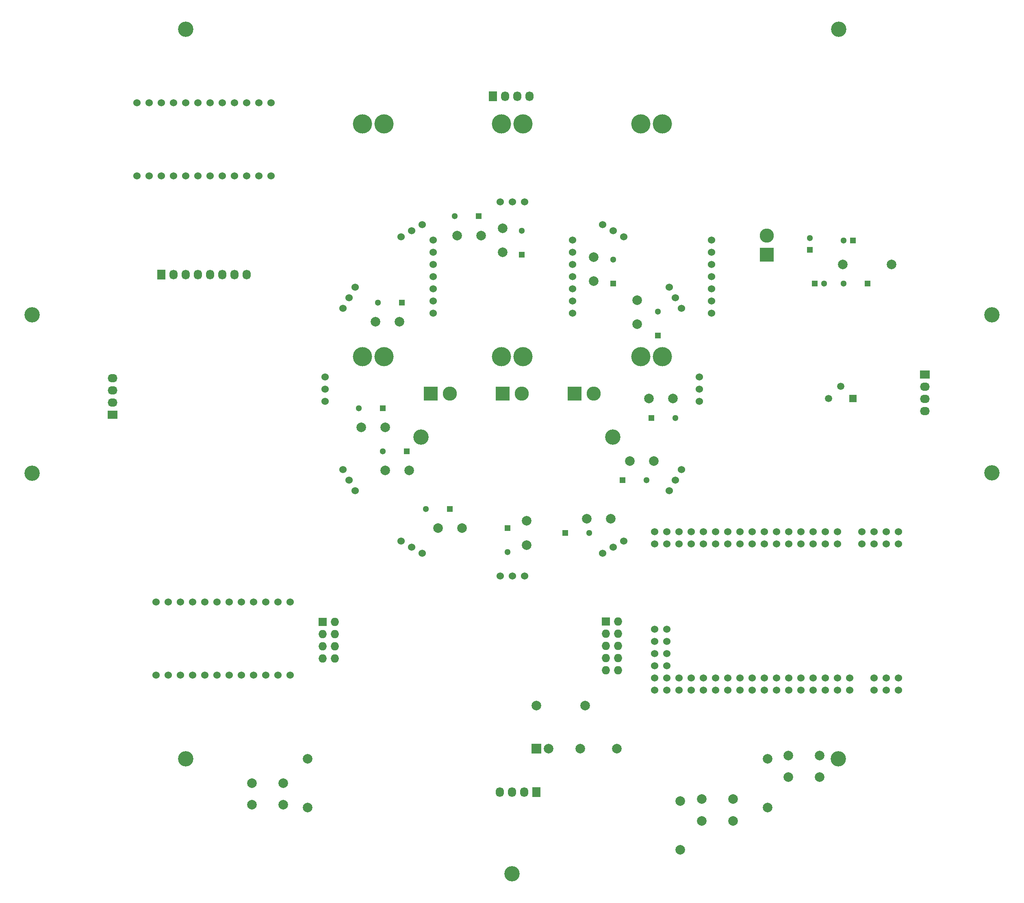
<source format=gbs>
G04 #@! TF.FileFunction,Soldermask,Bot*
%FSLAX46Y46*%
G04 Gerber Fmt 4.6, Leading zero omitted, Abs format (unit mm)*
G04 Created by KiCad (PCBNEW 4.0.1-stable) date 2016/11/10 0:02:59*
%MOMM*%
G01*
G04 APERTURE LIST*
%ADD10C,0.150000*%
%ADD11C,3.200000*%
%ADD12R,2.032000X1.727200*%
%ADD13O,2.032000X1.727200*%
%ADD14C,1.300000*%
%ADD15R,1.300000X1.300000*%
%ADD16R,2.000000X2.000000*%
%ADD17C,2.000000*%
%ADD18R,2.950000X2.950000*%
%ADD19C,2.950000*%
%ADD20R,1.727200X1.727200*%
%ADD21O,1.727200X1.727200*%
%ADD22C,1.998980*%
%ADD23C,1.510000*%
%ADD24R,1.510000X1.510000*%
%ADD25C,1.524000*%
%ADD26R,1.727200X2.032000*%
%ADD27O,1.727200X2.032000*%
%ADD28C,4.000000*%
G04 APERTURE END LIST*
D10*
D11*
X160450000Y-110550000D03*
X120450000Y-110550000D03*
X71450000Y-25550000D03*
X39450000Y-85050000D03*
X39450000Y-118050000D03*
X71450000Y-177550000D03*
X139450000Y-201550000D03*
X207450000Y-177550000D03*
X239450000Y-117980000D03*
X239480000Y-85010000D03*
D12*
X56210000Y-105850000D03*
D13*
X56210000Y-103310000D03*
X56210000Y-100770000D03*
X56210000Y-98230000D03*
D14*
X201500000Y-69000000D03*
D15*
X201500000Y-71500000D03*
X141500000Y-72500000D03*
D14*
X141500000Y-67500000D03*
D15*
X160500000Y-78500000D03*
D14*
X160500000Y-73500000D03*
D15*
X169875000Y-89340000D03*
D14*
X169875000Y-84340000D03*
D15*
X168500000Y-106500000D03*
D14*
X173500000Y-106500000D03*
D15*
X162500000Y-119500000D03*
D14*
X167500000Y-119500000D03*
D15*
X150500000Y-130500000D03*
D14*
X155500000Y-130500000D03*
D15*
X202500000Y-78500000D03*
D14*
X204500000Y-78500000D03*
D15*
X138500000Y-129500000D03*
D14*
X138500000Y-134500000D03*
D15*
X126500000Y-125500000D03*
D14*
X121500000Y-125500000D03*
D15*
X117500000Y-113500000D03*
D14*
X112500000Y-113500000D03*
D15*
X213500000Y-78500000D03*
D14*
X208500000Y-78500000D03*
D15*
X112500000Y-104500000D03*
D14*
X107500000Y-104500000D03*
D15*
X210500000Y-69500000D03*
D14*
X208500000Y-69500000D03*
D15*
X116500000Y-82500000D03*
D14*
X111500000Y-82500000D03*
D15*
X132500000Y-64500000D03*
D14*
X127500000Y-64500000D03*
D16*
X144500000Y-175500000D03*
D17*
X147040000Y-175500000D03*
D18*
X192500000Y-72480000D03*
D19*
X192500000Y-68520000D03*
D20*
X159000000Y-149000000D03*
D21*
X161540000Y-149000000D03*
X159000000Y-151540000D03*
X161540000Y-151540000D03*
X159000000Y-154080000D03*
X161540000Y-154080000D03*
X159000000Y-156620000D03*
X161540000Y-156620000D03*
X159000000Y-159160000D03*
X161540000Y-159160000D03*
D20*
X100025000Y-149030000D03*
D21*
X102565000Y-149030000D03*
X100025000Y-151570000D03*
X102565000Y-151570000D03*
X100025000Y-154110000D03*
X102565000Y-154110000D03*
X100025000Y-156650000D03*
X102565000Y-156650000D03*
D18*
X122520000Y-101500000D03*
D19*
X126480000Y-101500000D03*
D18*
X152520000Y-101500000D03*
D19*
X156480000Y-101500000D03*
D18*
X137520000Y-101500000D03*
D19*
X141480000Y-101500000D03*
D22*
X137500000Y-67000640D03*
X137500000Y-72001900D03*
X156500000Y-73000640D03*
X156500000Y-78001900D03*
X165500000Y-82000640D03*
X165500000Y-87001900D03*
X172999360Y-102500000D03*
X167998100Y-102500000D03*
X168999360Y-115500000D03*
X163998100Y-115500000D03*
X159999360Y-127500000D03*
X154998100Y-127500000D03*
X142500000Y-132999360D03*
X142500000Y-127998100D03*
X124000640Y-129500000D03*
X129001900Y-129500000D03*
X113000640Y-117500000D03*
X118001900Y-117500000D03*
D23*
X205420000Y-102500000D03*
D24*
X210500000Y-102500000D03*
D23*
X207960000Y-99960000D03*
D22*
X108000640Y-108500000D03*
X113001900Y-108500000D03*
X218500000Y-74500000D03*
X208340000Y-74500000D03*
X111000640Y-86500000D03*
X116001900Y-86500000D03*
X128000640Y-68500000D03*
X133001900Y-68500000D03*
X96850000Y-187765000D03*
X96850000Y-177605000D03*
X192735000Y-187765000D03*
X192735000Y-177605000D03*
X174500000Y-196500000D03*
X174500000Y-186340000D03*
X144500000Y-166500000D03*
X154660000Y-166500000D03*
D17*
X153700160Y-175500000D03*
X161299840Y-175500000D03*
X91770000Y-182630000D03*
X91770000Y-187130000D03*
X85270000Y-182630000D03*
X85270000Y-187130000D03*
X203530000Y-176915000D03*
X203530000Y-181415000D03*
X197030000Y-176915000D03*
X197030000Y-181415000D03*
X185500000Y-186000000D03*
X185500000Y-190500000D03*
X179000000Y-186000000D03*
X179000000Y-190500000D03*
D25*
X142040000Y-61500000D03*
X139500000Y-61500000D03*
X136960000Y-61500000D03*
X162699705Y-68770000D03*
X160500000Y-67500000D03*
X158300295Y-66230000D03*
X174770000Y-83699705D03*
X173500000Y-81500000D03*
X172230000Y-79300295D03*
X178500000Y-103040000D03*
X178500000Y-100500000D03*
X178500000Y-97960000D03*
X172230000Y-121699705D03*
X173500000Y-119500000D03*
X174770000Y-117300295D03*
X158300295Y-134770000D03*
X160500000Y-133500000D03*
X162699705Y-132230000D03*
X136960000Y-139500000D03*
X139500000Y-139500000D03*
X142040000Y-139500000D03*
X116300295Y-132230000D03*
X118500000Y-133500000D03*
X120699705Y-134770000D03*
D26*
X135500000Y-39500000D03*
D27*
X138040000Y-39500000D03*
X140580000Y-39500000D03*
X143120000Y-39500000D03*
D12*
X225500000Y-97500000D03*
D13*
X225500000Y-100040000D03*
X225500000Y-102580000D03*
X225500000Y-105120000D03*
D26*
X144500000Y-184500000D03*
D27*
X141960000Y-184500000D03*
X139420000Y-184500000D03*
X136880000Y-184500000D03*
D25*
X104230000Y-117300295D03*
X105500000Y-119500000D03*
X106770000Y-121699705D03*
X100500000Y-97960000D03*
X100500000Y-100500000D03*
X100500000Y-103040000D03*
X106770000Y-79300295D03*
X105500000Y-81500000D03*
X104230000Y-83699705D03*
X120699705Y-66230000D03*
X118500000Y-67500000D03*
X116300295Y-68770000D03*
X186960000Y-163280000D03*
X207280000Y-130260000D03*
X204740000Y-132800000D03*
X204740000Y-130260000D03*
X202200000Y-132800000D03*
X202200000Y-130260000D03*
X199660000Y-132800000D03*
X199660000Y-130260000D03*
X197120000Y-132800000D03*
X197120000Y-130260000D03*
X194580000Y-132800000D03*
X194580000Y-130260000D03*
X192040000Y-132800000D03*
X192040000Y-130260000D03*
X189500000Y-132800000D03*
X189500000Y-130260000D03*
X186960000Y-132800000D03*
X186960000Y-130260000D03*
X184420000Y-132800000D03*
X184420000Y-130260000D03*
X181880000Y-132800000D03*
X181880000Y-130260000D03*
X179340000Y-132800000D03*
X179340000Y-130260000D03*
X176800000Y-132800000D03*
X176800000Y-130260000D03*
X174260000Y-132800000D03*
X174260000Y-130260000D03*
X171720000Y-132800000D03*
X171720000Y-130260000D03*
X169180000Y-132800000D03*
X169180000Y-130260000D03*
X207280000Y-132800000D03*
X212360000Y-132800000D03*
X212360000Y-130260000D03*
X214900000Y-132800000D03*
X214900000Y-130260000D03*
X217440000Y-132800000D03*
X217440000Y-130260000D03*
X219980000Y-130260000D03*
X219980000Y-132800000D03*
X169180000Y-150580000D03*
X171720000Y-150580000D03*
X169180000Y-155660000D03*
X169180000Y-153120000D03*
X171720000Y-155660000D03*
X171720000Y-153120000D03*
X186960000Y-160740000D03*
X184420000Y-163280000D03*
X184420000Y-160740000D03*
X181880000Y-163280000D03*
X181880000Y-160740000D03*
X179340000Y-163280000D03*
X179340000Y-160740000D03*
X176800000Y-163280000D03*
X176800000Y-160740000D03*
X174260000Y-163280000D03*
X174260000Y-160740000D03*
X171720000Y-163280000D03*
X171720000Y-160740000D03*
X169180000Y-163280000D03*
X169180000Y-160740000D03*
X209820000Y-163280000D03*
X209820000Y-160740000D03*
X207280000Y-163280000D03*
X207280000Y-160740000D03*
X204740000Y-163280000D03*
X204740000Y-160740000D03*
X202200000Y-163280000D03*
X202200000Y-160740000D03*
X199660000Y-163280000D03*
X199660000Y-160740000D03*
X197120000Y-163280000D03*
X197120000Y-160740000D03*
X194580000Y-163280000D03*
X194580000Y-160740000D03*
X192040000Y-163280000D03*
X192040000Y-160740000D03*
X214900000Y-163280000D03*
X214900000Y-160740000D03*
X217440000Y-163280000D03*
X217440000Y-160740000D03*
X219980000Y-163280000D03*
X219980000Y-160740000D03*
X169180000Y-158200000D03*
X171720000Y-158200000D03*
X189500000Y-163280000D03*
X189500000Y-160740000D03*
X89200000Y-56120000D03*
X89200000Y-40880000D03*
X86660000Y-56120000D03*
X84120000Y-56120000D03*
X81580000Y-56120000D03*
X79040000Y-56120000D03*
X76500000Y-56120000D03*
X73960000Y-56120000D03*
X71420000Y-56120000D03*
X68880000Y-56120000D03*
X66340000Y-56120000D03*
X63800000Y-56120000D03*
X61260000Y-56120000D03*
X61260000Y-40880000D03*
X66340000Y-40880000D03*
X63800000Y-40880000D03*
X68880000Y-40880000D03*
X71420000Y-40880000D03*
X73960000Y-40880000D03*
X76500000Y-40880000D03*
X79040000Y-40880000D03*
X81580000Y-40880000D03*
X84120000Y-40880000D03*
X86660000Y-40880000D03*
X93200000Y-160120000D03*
X93200000Y-144880000D03*
X90660000Y-160120000D03*
X88120000Y-160120000D03*
X85580000Y-160120000D03*
X83040000Y-160120000D03*
X80500000Y-160120000D03*
X77960000Y-160120000D03*
X75420000Y-160120000D03*
X72880000Y-160120000D03*
X70340000Y-160120000D03*
X67800000Y-160120000D03*
X65260000Y-160120000D03*
X65260000Y-144880000D03*
X70340000Y-144880000D03*
X67800000Y-144880000D03*
X72880000Y-144880000D03*
X75420000Y-144880000D03*
X77960000Y-144880000D03*
X80500000Y-144880000D03*
X83040000Y-144880000D03*
X85580000Y-144880000D03*
X88120000Y-144880000D03*
X90660000Y-144880000D03*
D26*
X66370000Y-76640000D03*
D27*
X68910000Y-76640000D03*
X71450000Y-76640000D03*
X73990000Y-76640000D03*
X76530000Y-76640000D03*
X79070000Y-76640000D03*
X81610000Y-76640000D03*
X84150000Y-76640000D03*
D28*
X108250000Y-45250000D03*
X112750000Y-45250000D03*
X112750000Y-93750000D03*
X108250000Y-93750000D03*
D25*
X123050000Y-84700000D03*
X123050000Y-82160000D03*
X123050000Y-79620000D03*
X123050000Y-77080000D03*
X123050000Y-74540000D03*
X123050000Y-72000000D03*
X123050000Y-69460000D03*
D28*
X166250000Y-45250000D03*
X170750000Y-45250000D03*
X170750000Y-93750000D03*
X166250000Y-93750000D03*
D25*
X181050000Y-84700000D03*
X181050000Y-82160000D03*
X181050000Y-79620000D03*
X181050000Y-77080000D03*
X181050000Y-74540000D03*
X181050000Y-72000000D03*
X181050000Y-69460000D03*
D28*
X137250000Y-45250000D03*
X141750000Y-45250000D03*
X141750000Y-93750000D03*
X137250000Y-93750000D03*
D25*
X152050000Y-84700000D03*
X152050000Y-82160000D03*
X152050000Y-79620000D03*
X152050000Y-77080000D03*
X152050000Y-74540000D03*
X152050000Y-72000000D03*
X152050000Y-69460000D03*
D11*
X207510000Y-25480000D03*
M02*

</source>
